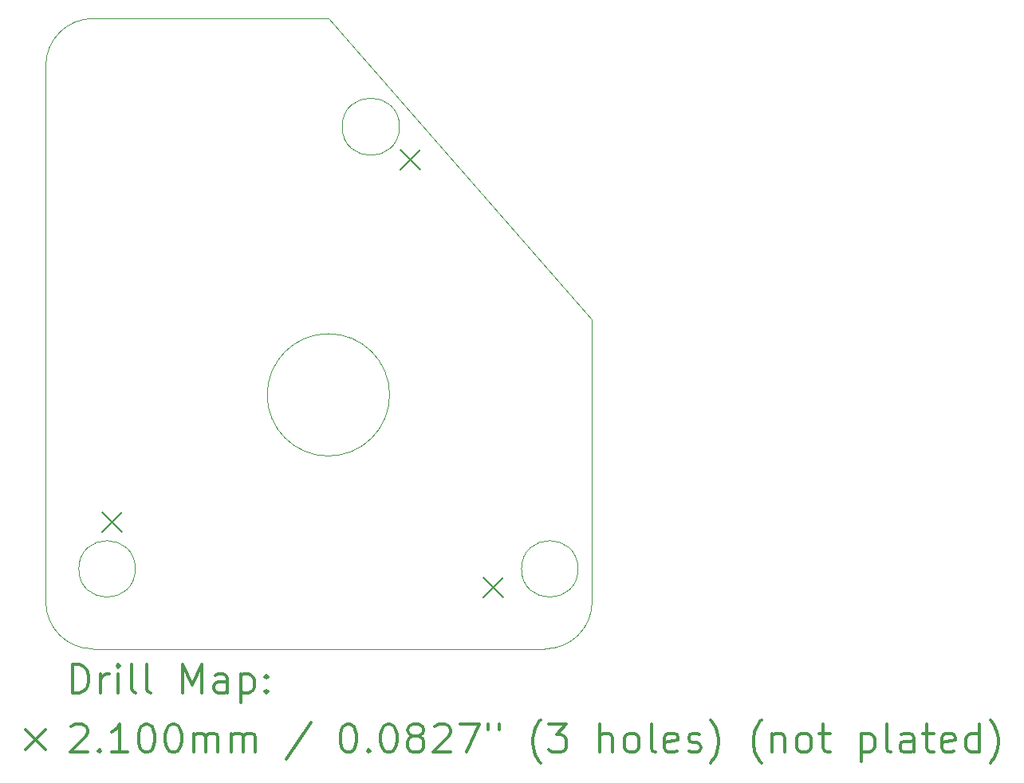
<source format=gbr>
%FSLAX45Y45*%
G04 Gerber Fmt 4.5, Leading zero omitted, Abs format (unit mm)*
G04 Created by KiCad (PCBNEW 5.1.10-88a1d61d58~88~ubuntu18.04.1) date 2024-08-03 22:25:54*
%MOMM*%
%LPD*%
G01*
G04 APERTURE LIST*
%TA.AperFunction,Profile*%
%ADD10C,0.050000*%
%TD*%
%ADD11C,0.200000*%
%ADD12C,0.300000*%
G04 APERTURE END LIST*
D10*
X17450000Y-10850000D02*
G75*
G03*
X17450000Y-10850000I-300000J0D01*
G01*
X12750000Y-10850000D02*
G75*
G03*
X12750000Y-10850000I-300000J0D01*
G01*
X15554138Y-6150000D02*
G75*
G03*
X15554138Y-6150000I-304138J0D01*
G01*
X15450000Y-9000000D02*
G75*
G03*
X15450000Y-9000000I-650000J0D01*
G01*
X12300000Y-5000000D02*
X14800000Y-5000000D01*
X17600000Y-11200000D02*
G75*
G02*
X17100000Y-11700000I-500000J0D01*
G01*
X12300000Y-11700000D02*
G75*
G02*
X11800000Y-11200000I0J500000D01*
G01*
X11800000Y-5500000D02*
G75*
G02*
X12300000Y-5000000I500000J0D01*
G01*
X17600000Y-8200000D02*
X14800000Y-5000000D01*
X17600000Y-11200000D02*
X17600000Y-8200000D01*
X12300000Y-11700000D02*
X17100000Y-11700000D01*
X11800000Y-5500000D02*
X11800000Y-11200000D01*
D11*
X12395000Y-10245000D02*
X12605000Y-10455000D01*
X12605000Y-10245000D02*
X12395000Y-10455000D01*
X15565000Y-6395000D02*
X15775000Y-6605000D01*
X15775000Y-6395000D02*
X15565000Y-6605000D01*
X16445000Y-10945000D02*
X16655000Y-11155000D01*
X16655000Y-10945000D02*
X16445000Y-11155000D01*
D12*
X12083928Y-12168214D02*
X12083928Y-11868214D01*
X12155357Y-11868214D01*
X12198214Y-11882500D01*
X12226786Y-11911071D01*
X12241071Y-11939643D01*
X12255357Y-11996786D01*
X12255357Y-12039643D01*
X12241071Y-12096786D01*
X12226786Y-12125357D01*
X12198214Y-12153929D01*
X12155357Y-12168214D01*
X12083928Y-12168214D01*
X12383928Y-12168214D02*
X12383928Y-11968214D01*
X12383928Y-12025357D02*
X12398214Y-11996786D01*
X12412500Y-11982500D01*
X12441071Y-11968214D01*
X12469643Y-11968214D01*
X12569643Y-12168214D02*
X12569643Y-11968214D01*
X12569643Y-11868214D02*
X12555357Y-11882500D01*
X12569643Y-11896786D01*
X12583928Y-11882500D01*
X12569643Y-11868214D01*
X12569643Y-11896786D01*
X12755357Y-12168214D02*
X12726786Y-12153929D01*
X12712500Y-12125357D01*
X12712500Y-11868214D01*
X12912500Y-12168214D02*
X12883928Y-12153929D01*
X12869643Y-12125357D01*
X12869643Y-11868214D01*
X13255357Y-12168214D02*
X13255357Y-11868214D01*
X13355357Y-12082500D01*
X13455357Y-11868214D01*
X13455357Y-12168214D01*
X13726786Y-12168214D02*
X13726786Y-12011071D01*
X13712500Y-11982500D01*
X13683928Y-11968214D01*
X13626786Y-11968214D01*
X13598214Y-11982500D01*
X13726786Y-12153929D02*
X13698214Y-12168214D01*
X13626786Y-12168214D01*
X13598214Y-12153929D01*
X13583928Y-12125357D01*
X13583928Y-12096786D01*
X13598214Y-12068214D01*
X13626786Y-12053929D01*
X13698214Y-12053929D01*
X13726786Y-12039643D01*
X13869643Y-11968214D02*
X13869643Y-12268214D01*
X13869643Y-11982500D02*
X13898214Y-11968214D01*
X13955357Y-11968214D01*
X13983928Y-11982500D01*
X13998214Y-11996786D01*
X14012500Y-12025357D01*
X14012500Y-12111071D01*
X13998214Y-12139643D01*
X13983928Y-12153929D01*
X13955357Y-12168214D01*
X13898214Y-12168214D01*
X13869643Y-12153929D01*
X14141071Y-12139643D02*
X14155357Y-12153929D01*
X14141071Y-12168214D01*
X14126786Y-12153929D01*
X14141071Y-12139643D01*
X14141071Y-12168214D01*
X14141071Y-11982500D02*
X14155357Y-11996786D01*
X14141071Y-12011071D01*
X14126786Y-11996786D01*
X14141071Y-11982500D01*
X14141071Y-12011071D01*
X11587500Y-12557500D02*
X11797500Y-12767500D01*
X11797500Y-12557500D02*
X11587500Y-12767500D01*
X12069643Y-12526786D02*
X12083928Y-12512500D01*
X12112500Y-12498214D01*
X12183928Y-12498214D01*
X12212500Y-12512500D01*
X12226786Y-12526786D01*
X12241071Y-12555357D01*
X12241071Y-12583929D01*
X12226786Y-12626786D01*
X12055357Y-12798214D01*
X12241071Y-12798214D01*
X12369643Y-12769643D02*
X12383928Y-12783929D01*
X12369643Y-12798214D01*
X12355357Y-12783929D01*
X12369643Y-12769643D01*
X12369643Y-12798214D01*
X12669643Y-12798214D02*
X12498214Y-12798214D01*
X12583928Y-12798214D02*
X12583928Y-12498214D01*
X12555357Y-12541071D01*
X12526786Y-12569643D01*
X12498214Y-12583929D01*
X12855357Y-12498214D02*
X12883928Y-12498214D01*
X12912500Y-12512500D01*
X12926786Y-12526786D01*
X12941071Y-12555357D01*
X12955357Y-12612500D01*
X12955357Y-12683929D01*
X12941071Y-12741071D01*
X12926786Y-12769643D01*
X12912500Y-12783929D01*
X12883928Y-12798214D01*
X12855357Y-12798214D01*
X12826786Y-12783929D01*
X12812500Y-12769643D01*
X12798214Y-12741071D01*
X12783928Y-12683929D01*
X12783928Y-12612500D01*
X12798214Y-12555357D01*
X12812500Y-12526786D01*
X12826786Y-12512500D01*
X12855357Y-12498214D01*
X13141071Y-12498214D02*
X13169643Y-12498214D01*
X13198214Y-12512500D01*
X13212500Y-12526786D01*
X13226786Y-12555357D01*
X13241071Y-12612500D01*
X13241071Y-12683929D01*
X13226786Y-12741071D01*
X13212500Y-12769643D01*
X13198214Y-12783929D01*
X13169643Y-12798214D01*
X13141071Y-12798214D01*
X13112500Y-12783929D01*
X13098214Y-12769643D01*
X13083928Y-12741071D01*
X13069643Y-12683929D01*
X13069643Y-12612500D01*
X13083928Y-12555357D01*
X13098214Y-12526786D01*
X13112500Y-12512500D01*
X13141071Y-12498214D01*
X13369643Y-12798214D02*
X13369643Y-12598214D01*
X13369643Y-12626786D02*
X13383928Y-12612500D01*
X13412500Y-12598214D01*
X13455357Y-12598214D01*
X13483928Y-12612500D01*
X13498214Y-12641071D01*
X13498214Y-12798214D01*
X13498214Y-12641071D02*
X13512500Y-12612500D01*
X13541071Y-12598214D01*
X13583928Y-12598214D01*
X13612500Y-12612500D01*
X13626786Y-12641071D01*
X13626786Y-12798214D01*
X13769643Y-12798214D02*
X13769643Y-12598214D01*
X13769643Y-12626786D02*
X13783928Y-12612500D01*
X13812500Y-12598214D01*
X13855357Y-12598214D01*
X13883928Y-12612500D01*
X13898214Y-12641071D01*
X13898214Y-12798214D01*
X13898214Y-12641071D02*
X13912500Y-12612500D01*
X13941071Y-12598214D01*
X13983928Y-12598214D01*
X14012500Y-12612500D01*
X14026786Y-12641071D01*
X14026786Y-12798214D01*
X14612500Y-12483929D02*
X14355357Y-12869643D01*
X14998214Y-12498214D02*
X15026786Y-12498214D01*
X15055357Y-12512500D01*
X15069643Y-12526786D01*
X15083928Y-12555357D01*
X15098214Y-12612500D01*
X15098214Y-12683929D01*
X15083928Y-12741071D01*
X15069643Y-12769643D01*
X15055357Y-12783929D01*
X15026786Y-12798214D01*
X14998214Y-12798214D01*
X14969643Y-12783929D01*
X14955357Y-12769643D01*
X14941071Y-12741071D01*
X14926786Y-12683929D01*
X14926786Y-12612500D01*
X14941071Y-12555357D01*
X14955357Y-12526786D01*
X14969643Y-12512500D01*
X14998214Y-12498214D01*
X15226786Y-12769643D02*
X15241071Y-12783929D01*
X15226786Y-12798214D01*
X15212500Y-12783929D01*
X15226786Y-12769643D01*
X15226786Y-12798214D01*
X15426786Y-12498214D02*
X15455357Y-12498214D01*
X15483928Y-12512500D01*
X15498214Y-12526786D01*
X15512500Y-12555357D01*
X15526786Y-12612500D01*
X15526786Y-12683929D01*
X15512500Y-12741071D01*
X15498214Y-12769643D01*
X15483928Y-12783929D01*
X15455357Y-12798214D01*
X15426786Y-12798214D01*
X15398214Y-12783929D01*
X15383928Y-12769643D01*
X15369643Y-12741071D01*
X15355357Y-12683929D01*
X15355357Y-12612500D01*
X15369643Y-12555357D01*
X15383928Y-12526786D01*
X15398214Y-12512500D01*
X15426786Y-12498214D01*
X15698214Y-12626786D02*
X15669643Y-12612500D01*
X15655357Y-12598214D01*
X15641071Y-12569643D01*
X15641071Y-12555357D01*
X15655357Y-12526786D01*
X15669643Y-12512500D01*
X15698214Y-12498214D01*
X15755357Y-12498214D01*
X15783928Y-12512500D01*
X15798214Y-12526786D01*
X15812500Y-12555357D01*
X15812500Y-12569643D01*
X15798214Y-12598214D01*
X15783928Y-12612500D01*
X15755357Y-12626786D01*
X15698214Y-12626786D01*
X15669643Y-12641071D01*
X15655357Y-12655357D01*
X15641071Y-12683929D01*
X15641071Y-12741071D01*
X15655357Y-12769643D01*
X15669643Y-12783929D01*
X15698214Y-12798214D01*
X15755357Y-12798214D01*
X15783928Y-12783929D01*
X15798214Y-12769643D01*
X15812500Y-12741071D01*
X15812500Y-12683929D01*
X15798214Y-12655357D01*
X15783928Y-12641071D01*
X15755357Y-12626786D01*
X15926786Y-12526786D02*
X15941071Y-12512500D01*
X15969643Y-12498214D01*
X16041071Y-12498214D01*
X16069643Y-12512500D01*
X16083928Y-12526786D01*
X16098214Y-12555357D01*
X16098214Y-12583929D01*
X16083928Y-12626786D01*
X15912500Y-12798214D01*
X16098214Y-12798214D01*
X16198214Y-12498214D02*
X16398214Y-12498214D01*
X16269643Y-12798214D01*
X16498214Y-12498214D02*
X16498214Y-12555357D01*
X16612500Y-12498214D02*
X16612500Y-12555357D01*
X17055357Y-12912500D02*
X17041071Y-12898214D01*
X17012500Y-12855357D01*
X16998214Y-12826786D01*
X16983928Y-12783929D01*
X16969643Y-12712500D01*
X16969643Y-12655357D01*
X16983928Y-12583929D01*
X16998214Y-12541071D01*
X17012500Y-12512500D01*
X17041071Y-12469643D01*
X17055357Y-12455357D01*
X17141071Y-12498214D02*
X17326786Y-12498214D01*
X17226786Y-12612500D01*
X17269643Y-12612500D01*
X17298214Y-12626786D01*
X17312500Y-12641071D01*
X17326786Y-12669643D01*
X17326786Y-12741071D01*
X17312500Y-12769643D01*
X17298214Y-12783929D01*
X17269643Y-12798214D01*
X17183928Y-12798214D01*
X17155357Y-12783929D01*
X17141071Y-12769643D01*
X17683928Y-12798214D02*
X17683928Y-12498214D01*
X17812500Y-12798214D02*
X17812500Y-12641071D01*
X17798214Y-12612500D01*
X17769643Y-12598214D01*
X17726786Y-12598214D01*
X17698214Y-12612500D01*
X17683928Y-12626786D01*
X17998214Y-12798214D02*
X17969643Y-12783929D01*
X17955357Y-12769643D01*
X17941071Y-12741071D01*
X17941071Y-12655357D01*
X17955357Y-12626786D01*
X17969643Y-12612500D01*
X17998214Y-12598214D01*
X18041071Y-12598214D01*
X18069643Y-12612500D01*
X18083928Y-12626786D01*
X18098214Y-12655357D01*
X18098214Y-12741071D01*
X18083928Y-12769643D01*
X18069643Y-12783929D01*
X18041071Y-12798214D01*
X17998214Y-12798214D01*
X18269643Y-12798214D02*
X18241071Y-12783929D01*
X18226786Y-12755357D01*
X18226786Y-12498214D01*
X18498214Y-12783929D02*
X18469643Y-12798214D01*
X18412500Y-12798214D01*
X18383928Y-12783929D01*
X18369643Y-12755357D01*
X18369643Y-12641071D01*
X18383928Y-12612500D01*
X18412500Y-12598214D01*
X18469643Y-12598214D01*
X18498214Y-12612500D01*
X18512500Y-12641071D01*
X18512500Y-12669643D01*
X18369643Y-12698214D01*
X18626786Y-12783929D02*
X18655357Y-12798214D01*
X18712500Y-12798214D01*
X18741071Y-12783929D01*
X18755357Y-12755357D01*
X18755357Y-12741071D01*
X18741071Y-12712500D01*
X18712500Y-12698214D01*
X18669643Y-12698214D01*
X18641071Y-12683929D01*
X18626786Y-12655357D01*
X18626786Y-12641071D01*
X18641071Y-12612500D01*
X18669643Y-12598214D01*
X18712500Y-12598214D01*
X18741071Y-12612500D01*
X18855357Y-12912500D02*
X18869643Y-12898214D01*
X18898214Y-12855357D01*
X18912500Y-12826786D01*
X18926786Y-12783929D01*
X18941071Y-12712500D01*
X18941071Y-12655357D01*
X18926786Y-12583929D01*
X18912500Y-12541071D01*
X18898214Y-12512500D01*
X18869643Y-12469643D01*
X18855357Y-12455357D01*
X19398214Y-12912500D02*
X19383928Y-12898214D01*
X19355357Y-12855357D01*
X19341071Y-12826786D01*
X19326786Y-12783929D01*
X19312500Y-12712500D01*
X19312500Y-12655357D01*
X19326786Y-12583929D01*
X19341071Y-12541071D01*
X19355357Y-12512500D01*
X19383928Y-12469643D01*
X19398214Y-12455357D01*
X19512500Y-12598214D02*
X19512500Y-12798214D01*
X19512500Y-12626786D02*
X19526786Y-12612500D01*
X19555357Y-12598214D01*
X19598214Y-12598214D01*
X19626786Y-12612500D01*
X19641071Y-12641071D01*
X19641071Y-12798214D01*
X19826786Y-12798214D02*
X19798214Y-12783929D01*
X19783928Y-12769643D01*
X19769643Y-12741071D01*
X19769643Y-12655357D01*
X19783928Y-12626786D01*
X19798214Y-12612500D01*
X19826786Y-12598214D01*
X19869643Y-12598214D01*
X19898214Y-12612500D01*
X19912500Y-12626786D01*
X19926786Y-12655357D01*
X19926786Y-12741071D01*
X19912500Y-12769643D01*
X19898214Y-12783929D01*
X19869643Y-12798214D01*
X19826786Y-12798214D01*
X20012500Y-12598214D02*
X20126786Y-12598214D01*
X20055357Y-12498214D02*
X20055357Y-12755357D01*
X20069643Y-12783929D01*
X20098214Y-12798214D01*
X20126786Y-12798214D01*
X20455357Y-12598214D02*
X20455357Y-12898214D01*
X20455357Y-12612500D02*
X20483928Y-12598214D01*
X20541071Y-12598214D01*
X20569643Y-12612500D01*
X20583928Y-12626786D01*
X20598214Y-12655357D01*
X20598214Y-12741071D01*
X20583928Y-12769643D01*
X20569643Y-12783929D01*
X20541071Y-12798214D01*
X20483928Y-12798214D01*
X20455357Y-12783929D01*
X20769643Y-12798214D02*
X20741071Y-12783929D01*
X20726786Y-12755357D01*
X20726786Y-12498214D01*
X21012500Y-12798214D02*
X21012500Y-12641071D01*
X20998214Y-12612500D01*
X20969643Y-12598214D01*
X20912500Y-12598214D01*
X20883928Y-12612500D01*
X21012500Y-12783929D02*
X20983928Y-12798214D01*
X20912500Y-12798214D01*
X20883928Y-12783929D01*
X20869643Y-12755357D01*
X20869643Y-12726786D01*
X20883928Y-12698214D01*
X20912500Y-12683929D01*
X20983928Y-12683929D01*
X21012500Y-12669643D01*
X21112500Y-12598214D02*
X21226786Y-12598214D01*
X21155357Y-12498214D02*
X21155357Y-12755357D01*
X21169643Y-12783929D01*
X21198214Y-12798214D01*
X21226786Y-12798214D01*
X21441071Y-12783929D02*
X21412500Y-12798214D01*
X21355357Y-12798214D01*
X21326786Y-12783929D01*
X21312500Y-12755357D01*
X21312500Y-12641071D01*
X21326786Y-12612500D01*
X21355357Y-12598214D01*
X21412500Y-12598214D01*
X21441071Y-12612500D01*
X21455357Y-12641071D01*
X21455357Y-12669643D01*
X21312500Y-12698214D01*
X21712500Y-12798214D02*
X21712500Y-12498214D01*
X21712500Y-12783929D02*
X21683928Y-12798214D01*
X21626786Y-12798214D01*
X21598214Y-12783929D01*
X21583928Y-12769643D01*
X21569643Y-12741071D01*
X21569643Y-12655357D01*
X21583928Y-12626786D01*
X21598214Y-12612500D01*
X21626786Y-12598214D01*
X21683928Y-12598214D01*
X21712500Y-12612500D01*
X21826786Y-12912500D02*
X21841071Y-12898214D01*
X21869643Y-12855357D01*
X21883928Y-12826786D01*
X21898214Y-12783929D01*
X21912500Y-12712500D01*
X21912500Y-12655357D01*
X21898214Y-12583929D01*
X21883928Y-12541071D01*
X21869643Y-12512500D01*
X21841071Y-12469643D01*
X21826786Y-12455357D01*
M02*

</source>
